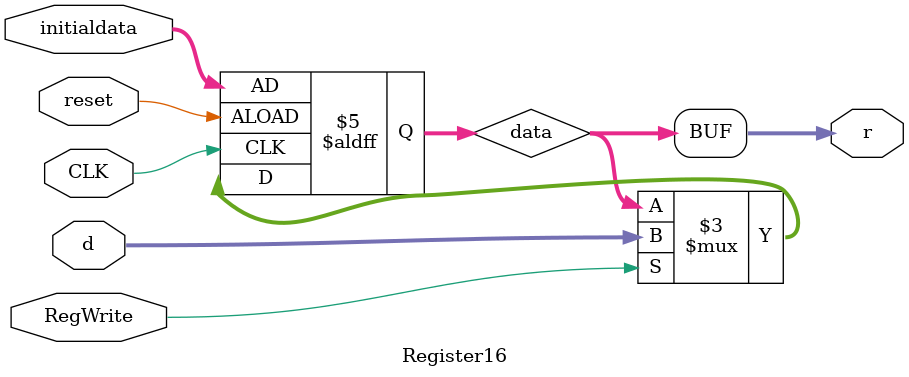
<source format=v>
`timescale 1ns / 1ps
module Register16(
    input [15:0] d,
    output reg [15:0] r,
	 input reset,
	 input [15:0] initialdata,
    input CLK,
    input RegWrite
    );
	
	//declare a storage space
	reg [15:0] data;
	 
	always @(negedge CLK, posedge reset)
	begin
			if(reset)
			begin
				data <= initialdata;
			end
			else begin
				if(RegWrite)
				begin
					data <= d;	
				end 
			end
			
			
	end
	
	always @(data) begin
		r <= data;
	end
	

	
	
	
	

endmodule

</source>
